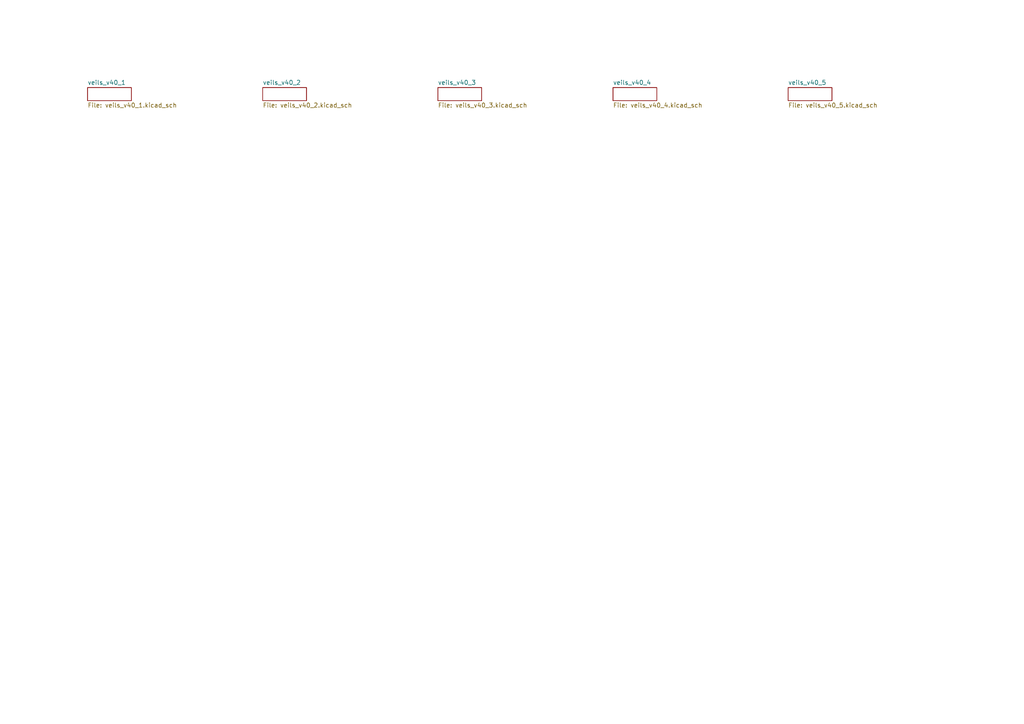
<source format=kicad_sch>
(kicad_sch (version 20230121) (generator eeschema)
  (paper "A4")
  (lib_symbols)
  (sheet (at 228.6 25.4) (size 12.7 3.81)
    (property "Sheetname" "veils_v40_5" (at 228.6 24.6884 0) (effects (justify left bottom)))
    (property "Sheetfile" "veils_v40_5.kicad_sch" (at 228.6 29.7946 0) (effects (justify left top)))
  )
  (sheet (at 76.2 25.4) (size 12.7 3.81)
    (property "Sheetname" "veils_v40_2" (at 76.2 24.6884 0) (effects (justify left bottom)))
    (property "Sheetfile" "veils_v40_2.kicad_sch" (at 76.2 29.7946 0) (effects (justify left top)))
  )
  (sheet (at 127 25.4) (size 12.7 3.81)
    (property "Sheetname" "veils_v40_3" (at 127 24.6884 0) (effects (justify left bottom)))
    (property "Sheetfile" "veils_v40_3.kicad_sch" (at 127 29.7946 0) (effects (justify left top)))
  )
  (sheet (at 25.4 25.4) (size 12.7 3.81)
    (property "Sheetname" "veils_v40_1" (at 25.4 24.6884 0) (effects (justify left bottom)))
    (property "Sheetfile" "veils_v40_1.kicad_sch" (at 25.4 29.7946 0) (effects (justify left top)))
  )
  (sheet (at 177.8 25.4) (size 12.7 3.81)
    (property "Sheetname" "veils_v40_4" (at 177.8 24.6884 0) (effects (justify left bottom)))
    (property "Sheetfile" "veils_v40_4.kicad_sch" (at 177.8 29.7946 0) (effects (justify left top)))
  )
)
</source>
